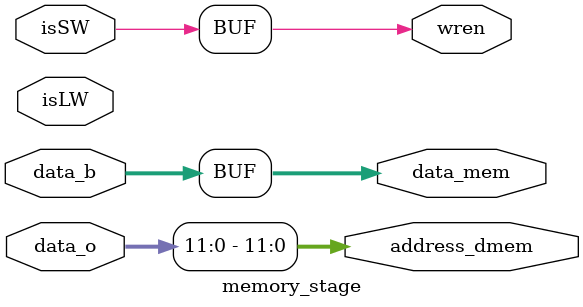
<source format=v>
module memory_stage(data_o, data_b, isLW, isSW,address_dmem, data_mem, wren);
	input [31:0] data_o, data_b;
	input isLW, isSW;
	output [11:0] address_dmem;
   output [31:0] data_mem;
   output wren;
	
	assign wren = isSW;
	assign address_dmem = data_o;
	assign data_mem = data_b;

endmodule 

</source>
